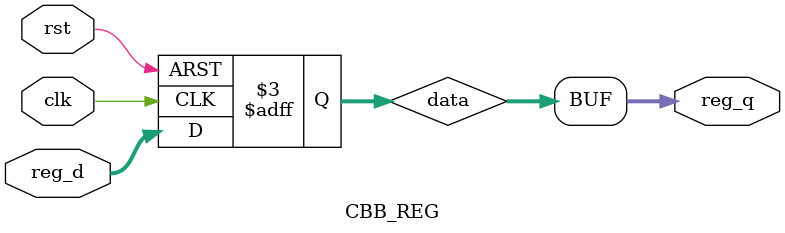
<source format=v>


module CBB_REG #( 
             parameter  WIDTH = 8,
             parameter  INIT_VAL= 0)
(
    input                    clk,
    input                    rst,
 
    input  wire [WIDTH-1 :0] reg_d,

    output wire [WIDTH-1 :0] reg_q
);

reg [WIDTH-1: 0] data;

always @ (posedge clk or negedge rst) begin 
    if (!rst)
        data <= INIT_VAL;
    else 
        data <= reg_d;
end

assign reg_q = data;


endmodule

//CBB_REG #(.WIDTH(),.INIT_VAL())  (.clk(),.rst(),.reg_d(),.reg_q());
</source>
